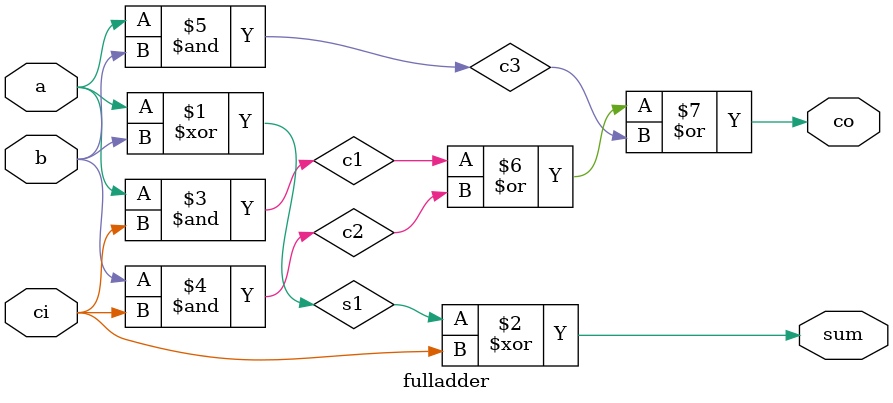
<source format=v>
module fulladder( sum, co, a, b, ci);

  input   a, b, ci;
  output  sum, co;

  // FILL HERE
  wire s1,c2,c3,c4;
  xor (s1,a,b); //s1 = a + b
  xor (sum, s1, ci); // sum = s1 + ci

  // find the carry by testing all the possible combinations of 2 input params - if one of the options is '1' - carry is '1'

  and(c1,a,ci);
  and(c2, b, ci);
  and(c3, a, b);
  or (co, c1, c2, c3);

endmodule

</source>
